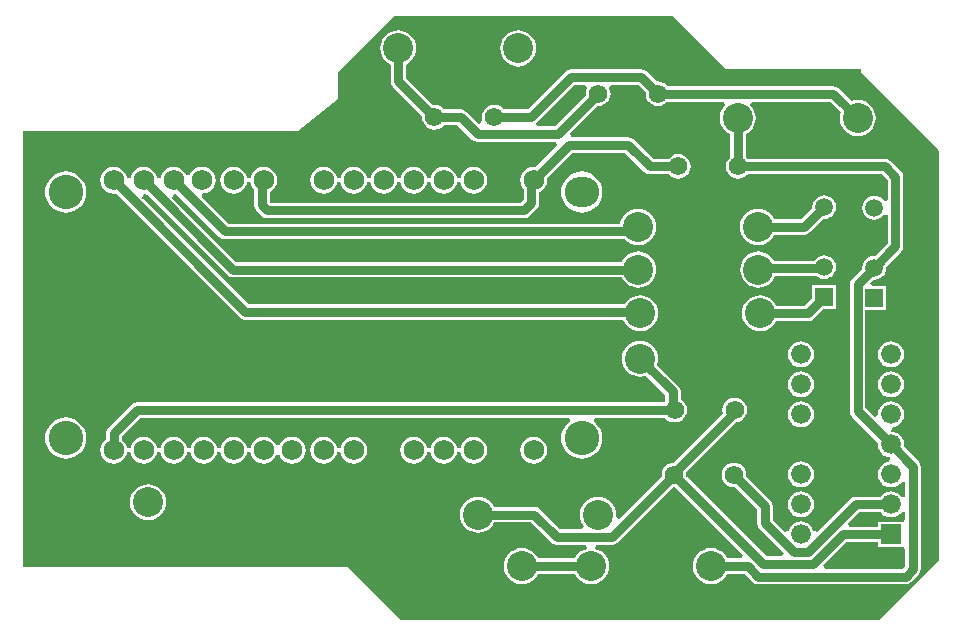
<source format=gtl>
G04*
G04 #@! TF.GenerationSoftware,Altium Limited,Altium Designer,20.1.8 (145)*
G04*
G04 Layer_Physical_Order=1*
G04 Layer_Color=255*
%FSLAX24Y24*%
%MOIN*%
G70*
G04*
G04 #@! TF.SameCoordinates,B3232913-15E1-4B12-B740-CA31B9D3C741*
G04*
G04*
G04 #@! TF.FilePolarity,Positive*
G04*
G01*
G75*
%ADD10C,0.0310*%
%ADD11C,0.0150*%
%ADD12O,0.1150X0.1000*%
%ADD13C,0.0690*%
%ADD14R,0.0690X0.0690*%
%ADD15C,0.1150*%
%ADD16C,0.1000*%
%ADD17C,0.0620*%
%ADD18C,0.0591*%
%ADD19R,0.0591X0.0591*%
%ADD20R,0.0660X0.0660*%
%ADD21C,0.0660*%
G36*
X31305Y40232D02*
X40525D01*
X42317Y38440D01*
X46795D01*
Y38342D01*
X49415Y35722D01*
Y22092D01*
X47415Y20092D01*
X31475Y20092D01*
X29725Y21842D01*
X18875D01*
Y36398D01*
X28050D01*
X29380Y37453D01*
X29380Y38367D01*
X31275Y40262D01*
X31305Y40232D01*
D02*
G37*
%LPC*%
G36*
X35390Y39743D02*
X35272Y39731D01*
X35159Y39697D01*
X35055Y39641D01*
X34964Y39566D01*
X34889Y39475D01*
X34833Y39371D01*
X34799Y39258D01*
X34787Y39140D01*
X34799Y39022D01*
X34833Y38909D01*
X34889Y38805D01*
X34964Y38714D01*
X35055Y38639D01*
X35159Y38583D01*
X35272Y38549D01*
X35390Y38537D01*
X35508Y38549D01*
X35621Y38583D01*
X35725Y38639D01*
X35816Y38714D01*
X35891Y38805D01*
X35947Y38909D01*
X35981Y39022D01*
X35993Y39140D01*
X35981Y39258D01*
X35947Y39371D01*
X35891Y39475D01*
X35816Y39566D01*
X35725Y39641D01*
X35621Y39697D01*
X35508Y39731D01*
X35390Y39743D01*
D02*
G37*
G36*
X31390D02*
X31272Y39731D01*
X31159Y39697D01*
X31055Y39641D01*
X30964Y39566D01*
X30889Y39475D01*
X30833Y39371D01*
X30799Y39258D01*
X30787Y39140D01*
X30799Y39022D01*
X30833Y38909D01*
X30889Y38805D01*
X30964Y38714D01*
X31055Y38639D01*
X31130Y38599D01*
Y38050D01*
X31150Y37950D01*
X31206Y37866D01*
X32182Y36891D01*
X32176Y36850D01*
X32191Y36743D01*
X32232Y36643D01*
X32298Y36558D01*
X32383Y36492D01*
X32483Y36451D01*
X32590Y36436D01*
X32697Y36451D01*
X32797Y36492D01*
X32882Y36558D01*
X32907Y36590D01*
X33359D01*
X33848Y36101D01*
X33932Y36045D01*
X34031Y36025D01*
X36638D01*
X36687Y35905D01*
X35972Y35189D01*
X35900Y35199D01*
X35784Y35184D01*
X35676Y35139D01*
X35583Y35067D01*
X35511Y34974D01*
X35466Y34866D01*
X35451Y34750D01*
X35466Y34634D01*
X35511Y34526D01*
X35567Y34453D01*
Y34105D01*
X35462Y34000D01*
X27129D01*
X27100Y34029D01*
Y34351D01*
X27124Y34361D01*
X27217Y34433D01*
X27289Y34526D01*
X27334Y34634D01*
X27349Y34750D01*
X27334Y34866D01*
X27289Y34974D01*
X27217Y35067D01*
X27124Y35139D01*
X27016Y35184D01*
X26900Y35199D01*
X26784Y35184D01*
X26676Y35139D01*
X26583Y35067D01*
X26511Y34974D01*
X26466Y34866D01*
X26461Y34821D01*
X26339D01*
X26334Y34866D01*
X26289Y34974D01*
X26217Y35067D01*
X26124Y35139D01*
X26016Y35184D01*
X25900Y35199D01*
X25784Y35184D01*
X25676Y35139D01*
X25583Y35067D01*
X25511Y34974D01*
X25466Y34866D01*
X25451Y34750D01*
X25466Y34634D01*
X25511Y34526D01*
X25583Y34433D01*
X25676Y34361D01*
X25784Y34316D01*
X25900Y34301D01*
X26016Y34316D01*
X26124Y34361D01*
X26217Y34433D01*
X26289Y34526D01*
X26334Y34634D01*
X26339Y34679D01*
X26461D01*
X26466Y34634D01*
X26511Y34526D01*
X26580Y34436D01*
Y33922D01*
X26600Y33822D01*
X26656Y33738D01*
X26838Y33556D01*
X26922Y33500D01*
X27022Y33480D01*
X35570D01*
X35670Y33500D01*
X35754Y33556D01*
X36011Y33813D01*
X36068Y33898D01*
X36087Y33997D01*
Y34346D01*
X36124Y34361D01*
X36217Y34433D01*
X36289Y34526D01*
X36334Y34634D01*
X36349Y34750D01*
X36339Y34822D01*
X37188Y35670D01*
X38942D01*
X39586Y35026D01*
X39671Y34970D01*
X39770Y34950D01*
X40403D01*
X40428Y34918D01*
X40513Y34852D01*
X40613Y34811D01*
X40720Y34796D01*
X40827Y34811D01*
X40927Y34852D01*
X41012Y34918D01*
X41078Y35003D01*
X41119Y35103D01*
X41134Y35210D01*
X41119Y35317D01*
X41078Y35417D01*
X41012Y35502D01*
X40927Y35568D01*
X40827Y35609D01*
X40720Y35624D01*
X40613Y35609D01*
X40513Y35568D01*
X40428Y35502D01*
X40403Y35470D01*
X39878D01*
X39234Y36114D01*
X39149Y36170D01*
X39050Y36190D01*
X37147D01*
X37098Y36310D01*
X38009Y37222D01*
X38050Y37216D01*
X38157Y37231D01*
X38257Y37272D01*
X38342Y37338D01*
X38408Y37423D01*
X38449Y37523D01*
X38464Y37630D01*
X38449Y37737D01*
X38417Y37815D01*
X38447Y37887D01*
X38484Y37935D01*
X39377D01*
X39642Y37671D01*
X39636Y37630D01*
X39651Y37523D01*
X39692Y37423D01*
X39758Y37338D01*
X39843Y37272D01*
X39943Y37231D01*
X40050Y37216D01*
X40157Y37231D01*
X40257Y37272D01*
X40342Y37338D01*
X40367Y37370D01*
X42235D01*
X42278Y37250D01*
X42274Y37246D01*
X42199Y37155D01*
X42143Y37051D01*
X42109Y36938D01*
X42097Y36820D01*
X42109Y36702D01*
X42143Y36589D01*
X42199Y36485D01*
X42274Y36394D01*
X42365Y36319D01*
X42450Y36273D01*
Y35520D01*
X42428Y35502D01*
X42362Y35417D01*
X42321Y35317D01*
X42306Y35210D01*
X42321Y35103D01*
X42362Y35003D01*
X42428Y34918D01*
X42513Y34852D01*
X42613Y34811D01*
X42720Y34796D01*
X42827Y34811D01*
X42927Y34852D01*
X43012Y34918D01*
X43037Y34950D01*
X47502D01*
X47700Y34752D01*
Y34081D01*
X47658Y34061D01*
X47580Y34049D01*
X47532Y34112D01*
X47449Y34175D01*
X47353Y34215D01*
X47250Y34229D01*
X47147Y34215D01*
X47051Y34175D01*
X46968Y34112D01*
X46905Y34029D01*
X46865Y33933D01*
X46851Y33830D01*
X46865Y33727D01*
X46905Y33631D01*
X46968Y33548D01*
X47051Y33485D01*
X47147Y33445D01*
X47250Y33431D01*
X47353Y33445D01*
X47449Y33485D01*
X47532Y33548D01*
X47580Y33611D01*
X47658Y33599D01*
X47700Y33579D01*
Y32648D01*
X47277Y32225D01*
X47250Y32229D01*
X47147Y32215D01*
X47051Y32175D01*
X46968Y32112D01*
X46905Y32029D01*
X46865Y31933D01*
X46851Y31830D01*
X46855Y31803D01*
X46516Y31464D01*
X46460Y31379D01*
X46440Y31280D01*
Y27050D01*
X46460Y26951D01*
X46516Y26866D01*
X47384Y25998D01*
X47376Y25940D01*
X47391Y25828D01*
X47434Y25723D01*
X47503Y25633D01*
X47593Y25564D01*
X47698Y25521D01*
X47779Y25510D01*
X47793Y25492D01*
X47742Y25368D01*
X47736Y25364D01*
X47698Y25359D01*
X47593Y25316D01*
X47503Y25247D01*
X47434Y25157D01*
X47391Y25052D01*
X47376Y24940D01*
X47391Y24828D01*
X47434Y24723D01*
X47503Y24633D01*
X47593Y24564D01*
X47698Y24521D01*
X47810Y24506D01*
X47922Y24521D01*
X48027Y24564D01*
X48117Y24633D01*
X48170Y24703D01*
X48251Y24690D01*
X48290Y24671D01*
Y24209D01*
X48251Y24190D01*
X48170Y24177D01*
X48117Y24247D01*
X48027Y24316D01*
X47922Y24359D01*
X47810Y24374D01*
X47698Y24359D01*
X47593Y24316D01*
X47503Y24247D01*
X47467Y24200D01*
X46637D01*
X46538Y24180D01*
X46453Y24124D01*
X45354Y23024D01*
X45269Y23043D01*
X45224Y23064D01*
X45186Y23157D01*
X45117Y23247D01*
X45027Y23316D01*
X44922Y23359D01*
X44810Y23374D01*
X44698Y23359D01*
X44593Y23316D01*
X44503Y23247D01*
X44434Y23157D01*
X44396Y23064D01*
X44351Y23043D01*
X44266Y23024D01*
X43864Y23427D01*
Y23897D01*
X43844Y23996D01*
X43787Y24080D01*
X42988Y24879D01*
X42994Y24920D01*
X42979Y25027D01*
X42938Y25127D01*
X42872Y25212D01*
X42787Y25278D01*
X42687Y25319D01*
X42580Y25334D01*
X42473Y25319D01*
X42373Y25278D01*
X42288Y25212D01*
X42222Y25127D01*
X42181Y25027D01*
X42166Y24920D01*
X42181Y24813D01*
X42222Y24713D01*
X42288Y24628D01*
X42373Y24562D01*
X42473Y24521D01*
X42580Y24506D01*
X42621Y24512D01*
X43344Y23789D01*
Y23319D01*
X43363Y23220D01*
X43420Y23135D01*
X44239Y22316D01*
X44193Y22205D01*
X43663D01*
X40988Y24879D01*
X40994Y24920D01*
X40979Y25027D01*
X42634Y26681D01*
X42707Y26691D01*
X42807Y26732D01*
X42892Y26798D01*
X42958Y26883D01*
X42999Y26983D01*
X43014Y27090D01*
X42999Y27197D01*
X42958Y27297D01*
X42892Y27382D01*
X42807Y27448D01*
X42707Y27489D01*
X42600Y27504D01*
X42493Y27489D01*
X42393Y27448D01*
X42308Y27382D01*
X42242Y27297D01*
X42201Y27197D01*
X42186Y27090D01*
X42201Y26983D01*
X40546Y25329D01*
X40473Y25319D01*
X40373Y25278D01*
X40288Y25212D01*
X40222Y25127D01*
X40181Y25027D01*
X40166Y24920D01*
X40172Y24879D01*
X38758Y23466D01*
X38645Y23523D01*
X38653Y23600D01*
X38641Y23718D01*
X38607Y23831D01*
X38551Y23935D01*
X38476Y24026D01*
X38385Y24101D01*
X38281Y24157D01*
X38168Y24191D01*
X38050Y24203D01*
X37932Y24191D01*
X37819Y24157D01*
X37715Y24101D01*
X37624Y24026D01*
X37549Y23935D01*
X37493Y23831D01*
X37459Y23718D01*
X37447Y23600D01*
X37459Y23482D01*
X37493Y23369D01*
X37549Y23265D01*
X37582Y23225D01*
X37525Y23105D01*
X36785D01*
X36106Y23784D01*
X36022Y23840D01*
X35922Y23860D01*
X34591D01*
X34551Y23935D01*
X34476Y24026D01*
X34385Y24101D01*
X34281Y24157D01*
X34168Y24191D01*
X34050Y24203D01*
X33932Y24191D01*
X33819Y24157D01*
X33715Y24101D01*
X33624Y24026D01*
X33549Y23935D01*
X33493Y23831D01*
X33459Y23718D01*
X33447Y23600D01*
X33459Y23482D01*
X33493Y23369D01*
X33549Y23265D01*
X33624Y23174D01*
X33715Y23099D01*
X33819Y23043D01*
X33932Y23009D01*
X34050Y22997D01*
X34168Y23009D01*
X34281Y23043D01*
X34385Y23099D01*
X34476Y23174D01*
X34551Y23265D01*
X34591Y23340D01*
X35815D01*
X36493Y22661D01*
X36578Y22605D01*
X36677Y22585D01*
X37654D01*
X37672Y22465D01*
X37579Y22437D01*
X37475Y22381D01*
X37384Y22306D01*
X37309Y22215D01*
X37269Y22140D01*
X36041D01*
X36001Y22215D01*
X35926Y22306D01*
X35835Y22381D01*
X35731Y22437D01*
X35618Y22471D01*
X35500Y22483D01*
X35382Y22471D01*
X35269Y22437D01*
X35165Y22381D01*
X35074Y22306D01*
X34999Y22215D01*
X34943Y22111D01*
X34909Y21998D01*
X34897Y21880D01*
X34909Y21762D01*
X34943Y21649D01*
X34999Y21545D01*
X35074Y21454D01*
X35165Y21379D01*
X35269Y21323D01*
X35382Y21289D01*
X35500Y21277D01*
X35618Y21289D01*
X35731Y21323D01*
X35835Y21379D01*
X35926Y21454D01*
X36001Y21545D01*
X36041Y21620D01*
X37269D01*
X37309Y21545D01*
X37384Y21454D01*
X37475Y21379D01*
X37579Y21323D01*
X37692Y21289D01*
X37810Y21277D01*
X37928Y21289D01*
X38041Y21323D01*
X38145Y21379D01*
X38236Y21454D01*
X38311Y21545D01*
X38367Y21649D01*
X38401Y21762D01*
X38413Y21880D01*
X38401Y21998D01*
X38367Y22111D01*
X38311Y22215D01*
X38236Y22306D01*
X38145Y22381D01*
X38041Y22437D01*
X37948Y22465D01*
X37966Y22585D01*
X38505D01*
X38605Y22605D01*
X38689Y22661D01*
X40539Y24512D01*
X40580Y24506D01*
X40621Y24512D01*
X42881Y22251D01*
X42836Y22140D01*
X42351D01*
X42311Y22215D01*
X42236Y22306D01*
X42145Y22381D01*
X42041Y22437D01*
X41928Y22471D01*
X41810Y22483D01*
X41692Y22471D01*
X41579Y22437D01*
X41475Y22381D01*
X41384Y22306D01*
X41309Y22215D01*
X41253Y22111D01*
X41219Y21998D01*
X41207Y21880D01*
X41219Y21762D01*
X41253Y21649D01*
X41309Y21545D01*
X41384Y21454D01*
X41475Y21379D01*
X41579Y21323D01*
X41692Y21289D01*
X41810Y21277D01*
X41928Y21289D01*
X42041Y21323D01*
X42145Y21379D01*
X42236Y21454D01*
X42311Y21545D01*
X42351Y21620D01*
X42932D01*
X43201Y21351D01*
X43286Y21295D01*
X43385Y21275D01*
X48295D01*
X48394Y21295D01*
X48479Y21351D01*
X48734Y21606D01*
X48790Y21690D01*
X48810Y21790D01*
Y25200D01*
X48790Y25299D01*
X48734Y25384D01*
X48236Y25882D01*
X48244Y25940D01*
X48229Y26052D01*
X48186Y26157D01*
X48117Y26247D01*
X48027Y26316D01*
X47922Y26359D01*
X47841Y26370D01*
X47827Y26388D01*
X47878Y26512D01*
X47884Y26516D01*
X47922Y26521D01*
X48027Y26564D01*
X48117Y26633D01*
X48186Y26723D01*
X48229Y26828D01*
X48244Y26940D01*
X48229Y27052D01*
X48186Y27157D01*
X48117Y27247D01*
X48027Y27316D01*
X47922Y27359D01*
X47810Y27374D01*
X47698Y27359D01*
X47593Y27316D01*
X47503Y27247D01*
X47434Y27157D01*
X47391Y27052D01*
X47376Y26940D01*
X47381Y26907D01*
X47267Y26851D01*
X46960Y27158D01*
Y30435D01*
X47645D01*
Y31225D01*
X47170D01*
X47124Y31336D01*
X47223Y31435D01*
X47250Y31431D01*
X47353Y31445D01*
X47449Y31485D01*
X47532Y31548D01*
X47595Y31631D01*
X47635Y31727D01*
X47649Y31830D01*
X47645Y31857D01*
X48144Y32356D01*
X48200Y32441D01*
X48220Y32540D01*
Y34860D01*
X48200Y34959D01*
X48144Y35044D01*
X47794Y35394D01*
X47709Y35450D01*
X47610Y35470D01*
X43037D01*
X43012Y35502D01*
X42970Y35535D01*
Y36284D01*
X43035Y36319D01*
X43126Y36394D01*
X43201Y36485D01*
X43257Y36589D01*
X43291Y36702D01*
X43303Y36820D01*
X43291Y36938D01*
X43257Y37051D01*
X43201Y37155D01*
X43126Y37246D01*
X43122Y37250D01*
X43165Y37370D01*
X45782D01*
X46133Y37019D01*
X46109Y36938D01*
X46097Y36820D01*
X46109Y36702D01*
X46143Y36589D01*
X46199Y36485D01*
X46274Y36394D01*
X46365Y36319D01*
X46469Y36263D01*
X46582Y36229D01*
X46700Y36217D01*
X46818Y36229D01*
X46931Y36263D01*
X47035Y36319D01*
X47126Y36394D01*
X47201Y36485D01*
X47257Y36589D01*
X47291Y36702D01*
X47303Y36820D01*
X47291Y36938D01*
X47257Y37051D01*
X47201Y37155D01*
X47126Y37246D01*
X47035Y37321D01*
X46931Y37377D01*
X46818Y37411D01*
X46700Y37423D01*
X46582Y37411D01*
X46501Y37387D01*
X46074Y37814D01*
X45989Y37870D01*
X45890Y37890D01*
X40367D01*
X40342Y37922D01*
X40257Y37988D01*
X40157Y38029D01*
X40050Y38044D01*
X40009Y38038D01*
X39669Y38379D01*
X39585Y38435D01*
X39485Y38455D01*
X37151D01*
X37052Y38435D01*
X36968Y38379D01*
X35699Y37110D01*
X34907D01*
X34882Y37142D01*
X34797Y37208D01*
X34697Y37249D01*
X34590Y37264D01*
X34483Y37249D01*
X34383Y37208D01*
X34298Y37142D01*
X34232Y37057D01*
X34191Y36957D01*
X34176Y36850D01*
X34191Y36743D01*
X34118Y36613D01*
X34112Y36611D01*
X34063Y36621D01*
X33650Y37034D01*
X33566Y37090D01*
X33466Y37110D01*
X32907D01*
X32882Y37142D01*
X32797Y37208D01*
X32697Y37249D01*
X32590Y37264D01*
X32549Y37258D01*
X31650Y38158D01*
Y38599D01*
X31725Y38639D01*
X31816Y38714D01*
X31891Y38805D01*
X31947Y38909D01*
X31981Y39022D01*
X31993Y39140D01*
X31981Y39258D01*
X31947Y39371D01*
X31891Y39475D01*
X31816Y39566D01*
X31725Y39641D01*
X31621Y39697D01*
X31508Y39731D01*
X31390Y39743D01*
D02*
G37*
G36*
X24850Y35199D02*
X24734Y35184D01*
X24626Y35139D01*
X24533Y35067D01*
X24461Y34974D01*
X24440Y34923D01*
X24310D01*
X24289Y34974D01*
X24217Y35067D01*
X24124Y35139D01*
X24016Y35184D01*
X23900Y35199D01*
X23784Y35184D01*
X23676Y35139D01*
X23583Y35067D01*
X23511Y34974D01*
X23466Y34866D01*
X23461Y34821D01*
X23339D01*
X23334Y34866D01*
X23289Y34974D01*
X23217Y35067D01*
X23124Y35139D01*
X23016Y35184D01*
X22900Y35199D01*
X22784Y35184D01*
X22676Y35139D01*
X22583Y35067D01*
X22511Y34974D01*
X22466Y34866D01*
X22461Y34821D01*
X22339D01*
X22334Y34866D01*
X22289Y34974D01*
X22217Y35067D01*
X22124Y35139D01*
X22016Y35184D01*
X21900Y35199D01*
X21784Y35184D01*
X21676Y35139D01*
X21583Y35067D01*
X21511Y34974D01*
X21466Y34866D01*
X21451Y34750D01*
X21466Y34634D01*
X21511Y34526D01*
X21583Y34433D01*
X21676Y34361D01*
X21784Y34316D01*
X21900Y34301D01*
X21972Y34311D01*
X26106Y30176D01*
X26191Y30120D01*
X26290Y30100D01*
X38887D01*
X38893Y30079D01*
X38949Y29975D01*
X39024Y29884D01*
X39115Y29809D01*
X39219Y29753D01*
X39332Y29719D01*
X39450Y29707D01*
X39568Y29719D01*
X39681Y29753D01*
X39785Y29809D01*
X39876Y29884D01*
X39951Y29975D01*
X40007Y30079D01*
X40041Y30192D01*
X40053Y30310D01*
X40041Y30428D01*
X40007Y30541D01*
X39951Y30645D01*
X39876Y30736D01*
X39785Y30811D01*
X39681Y30867D01*
X39568Y30901D01*
X39450Y30913D01*
X39332Y30901D01*
X39219Y30867D01*
X39115Y30811D01*
X39024Y30736D01*
X38949Y30645D01*
X38935Y30620D01*
X26398D01*
X22859Y34159D01*
X22908Y34276D01*
X22994Y34288D01*
X25696Y31586D01*
X25780Y31530D01*
X25880Y31510D01*
X38849D01*
X38889Y31435D01*
X38964Y31344D01*
X39055Y31269D01*
X39159Y31213D01*
X39272Y31179D01*
X39390Y31167D01*
X39508Y31179D01*
X39621Y31213D01*
X39725Y31269D01*
X39816Y31344D01*
X39891Y31435D01*
X39947Y31539D01*
X39981Y31652D01*
X39993Y31770D01*
X39981Y31888D01*
X39947Y32001D01*
X39891Y32105D01*
X39816Y32196D01*
X39725Y32271D01*
X39621Y32327D01*
X39508Y32361D01*
X39390Y32373D01*
X39272Y32361D01*
X39159Y32327D01*
X39055Y32271D01*
X38964Y32196D01*
X38889Y32105D01*
X38849Y32030D01*
X25988D01*
X23859Y34159D01*
X23908Y34276D01*
X23994Y34288D01*
X25426Y32856D01*
X25510Y32800D01*
X25610Y32780D01*
X38940D01*
X38954Y32764D01*
X39045Y32689D01*
X39149Y32633D01*
X39262Y32599D01*
X39380Y32587D01*
X39498Y32599D01*
X39611Y32633D01*
X39715Y32689D01*
X39806Y32764D01*
X39881Y32855D01*
X39937Y32959D01*
X39971Y33072D01*
X39983Y33190D01*
X39971Y33308D01*
X39937Y33421D01*
X39881Y33525D01*
X39806Y33616D01*
X39715Y33691D01*
X39611Y33747D01*
X39498Y33781D01*
X39380Y33793D01*
X39262Y33781D01*
X39149Y33747D01*
X39045Y33691D01*
X38954Y33616D01*
X38879Y33525D01*
X38823Y33421D01*
X38789Y33308D01*
X38788Y33300D01*
X25718D01*
X24835Y34182D01*
X24840Y34224D01*
X24882Y34305D01*
X24966Y34316D01*
X25074Y34361D01*
X25167Y34433D01*
X25239Y34526D01*
X25284Y34634D01*
X25299Y34750D01*
X25284Y34866D01*
X25239Y34974D01*
X25167Y35067D01*
X25074Y35139D01*
X24966Y35184D01*
X24850Y35199D01*
D02*
G37*
G36*
X33900D02*
X33784Y35184D01*
X33676Y35139D01*
X33583Y35067D01*
X33511Y34974D01*
X33466Y34866D01*
X33461Y34821D01*
X33339D01*
X33334Y34866D01*
X33289Y34974D01*
X33217Y35067D01*
X33124Y35139D01*
X33016Y35184D01*
X32900Y35199D01*
X32784Y35184D01*
X32676Y35139D01*
X32583Y35067D01*
X32511Y34974D01*
X32466Y34866D01*
X32461Y34821D01*
X32339D01*
X32334Y34866D01*
X32289Y34974D01*
X32217Y35067D01*
X32124Y35139D01*
X32016Y35184D01*
X31900Y35199D01*
X31784Y35184D01*
X31676Y35139D01*
X31583Y35067D01*
X31511Y34974D01*
X31466Y34866D01*
X31461Y34821D01*
X31339D01*
X31334Y34866D01*
X31289Y34974D01*
X31217Y35067D01*
X31124Y35139D01*
X31016Y35184D01*
X30900Y35199D01*
X30784Y35184D01*
X30676Y35139D01*
X30583Y35067D01*
X30511Y34974D01*
X30466Y34866D01*
X30461Y34821D01*
X30339D01*
X30334Y34866D01*
X30289Y34974D01*
X30217Y35067D01*
X30124Y35139D01*
X30016Y35184D01*
X29900Y35199D01*
X29784Y35184D01*
X29676Y35139D01*
X29583Y35067D01*
X29511Y34974D01*
X29466Y34866D01*
X29461Y34821D01*
X29339D01*
X29334Y34866D01*
X29289Y34974D01*
X29217Y35067D01*
X29124Y35139D01*
X29016Y35184D01*
X28900Y35199D01*
X28784Y35184D01*
X28676Y35139D01*
X28583Y35067D01*
X28511Y34974D01*
X28466Y34866D01*
X28451Y34750D01*
X28466Y34634D01*
X28511Y34526D01*
X28583Y34433D01*
X28676Y34361D01*
X28784Y34316D01*
X28900Y34301D01*
X29016Y34316D01*
X29124Y34361D01*
X29217Y34433D01*
X29289Y34526D01*
X29334Y34634D01*
X29339Y34679D01*
X29461D01*
X29466Y34634D01*
X29511Y34526D01*
X29583Y34433D01*
X29676Y34361D01*
X29784Y34316D01*
X29900Y34301D01*
X30016Y34316D01*
X30124Y34361D01*
X30217Y34433D01*
X30289Y34526D01*
X30334Y34634D01*
X30339Y34679D01*
X30461D01*
X30466Y34634D01*
X30511Y34526D01*
X30583Y34433D01*
X30676Y34361D01*
X30784Y34316D01*
X30900Y34301D01*
X31016Y34316D01*
X31124Y34361D01*
X31217Y34433D01*
X31289Y34526D01*
X31334Y34634D01*
X31339Y34679D01*
X31461D01*
X31466Y34634D01*
X31511Y34526D01*
X31583Y34433D01*
X31676Y34361D01*
X31784Y34316D01*
X31900Y34301D01*
X32016Y34316D01*
X32124Y34361D01*
X32217Y34433D01*
X32289Y34526D01*
X32334Y34634D01*
X32339Y34679D01*
X32461D01*
X32466Y34634D01*
X32511Y34526D01*
X32583Y34433D01*
X32676Y34361D01*
X32784Y34316D01*
X32900Y34301D01*
X33016Y34316D01*
X33124Y34361D01*
X33217Y34433D01*
X33289Y34526D01*
X33334Y34634D01*
X33339Y34679D01*
X33461D01*
X33466Y34634D01*
X33511Y34526D01*
X33583Y34433D01*
X33676Y34361D01*
X33784Y34316D01*
X33900Y34301D01*
X34016Y34316D01*
X34124Y34361D01*
X34217Y34433D01*
X34289Y34526D01*
X34334Y34634D01*
X34349Y34750D01*
X34334Y34866D01*
X34289Y34974D01*
X34217Y35067D01*
X34124Y35139D01*
X34016Y35184D01*
X33900Y35199D01*
D02*
G37*
G36*
X37500Y35038D02*
X37366Y35025D01*
X37237Y34986D01*
X37118Y34922D01*
X37013Y34837D01*
X36928Y34732D01*
X36864Y34613D01*
X36825Y34484D01*
X36812Y34350D01*
X36825Y34216D01*
X36864Y34087D01*
X36928Y33968D01*
X37013Y33863D01*
X37118Y33778D01*
X37237Y33714D01*
X37366Y33675D01*
X37500Y33662D01*
X37634Y33675D01*
X37763Y33714D01*
X37882Y33778D01*
X37987Y33863D01*
X38072Y33968D01*
X38136Y34087D01*
X38175Y34216D01*
X38188Y34350D01*
X38175Y34484D01*
X38136Y34613D01*
X38072Y34732D01*
X37987Y34837D01*
X37882Y34922D01*
X37763Y34986D01*
X37634Y35025D01*
X37500Y35038D01*
D02*
G37*
G36*
X20300D02*
X20166Y35025D01*
X20037Y34986D01*
X19918Y34922D01*
X19813Y34837D01*
X19728Y34732D01*
X19664Y34613D01*
X19625Y34484D01*
X19612Y34350D01*
X19625Y34216D01*
X19664Y34087D01*
X19728Y33968D01*
X19813Y33863D01*
X19918Y33778D01*
X20037Y33714D01*
X20166Y33675D01*
X20300Y33662D01*
X20434Y33675D01*
X20563Y33714D01*
X20682Y33778D01*
X20787Y33863D01*
X20872Y33968D01*
X20936Y34087D01*
X20975Y34216D01*
X20988Y34350D01*
X20975Y34484D01*
X20936Y34613D01*
X20872Y34732D01*
X20787Y34837D01*
X20682Y34922D01*
X20563Y34986D01*
X20434Y35025D01*
X20300Y35038D01*
D02*
G37*
G36*
X45580Y34249D02*
X45477Y34235D01*
X45381Y34195D01*
X45298Y34132D01*
X45235Y34049D01*
X45195Y33953D01*
X45181Y33850D01*
X45185Y33823D01*
X44812Y33450D01*
X43921D01*
X43881Y33525D01*
X43806Y33616D01*
X43715Y33691D01*
X43611Y33747D01*
X43498Y33781D01*
X43380Y33793D01*
X43262Y33781D01*
X43149Y33747D01*
X43045Y33691D01*
X42954Y33616D01*
X42879Y33525D01*
X42823Y33421D01*
X42789Y33308D01*
X42777Y33190D01*
X42789Y33072D01*
X42823Y32959D01*
X42879Y32855D01*
X42954Y32764D01*
X43045Y32689D01*
X43149Y32633D01*
X43262Y32599D01*
X43380Y32587D01*
X43498Y32599D01*
X43611Y32633D01*
X43715Y32689D01*
X43806Y32764D01*
X43881Y32855D01*
X43921Y32930D01*
X44920D01*
X45019Y32950D01*
X45104Y33006D01*
X45553Y33455D01*
X45580Y33451D01*
X45683Y33465D01*
X45779Y33505D01*
X45862Y33568D01*
X45925Y33651D01*
X45965Y33747D01*
X45979Y33850D01*
X45965Y33953D01*
X45925Y34049D01*
X45862Y34132D01*
X45779Y34195D01*
X45683Y34235D01*
X45580Y34249D01*
D02*
G37*
G36*
X43390Y32373D02*
X43272Y32361D01*
X43159Y32327D01*
X43055Y32271D01*
X42964Y32196D01*
X42889Y32105D01*
X42833Y32001D01*
X42799Y31888D01*
X42787Y31770D01*
X42799Y31652D01*
X42833Y31539D01*
X42889Y31435D01*
X42964Y31344D01*
X43055Y31269D01*
X43159Y31213D01*
X43272Y31179D01*
X43390Y31167D01*
X43508Y31179D01*
X43621Y31213D01*
X43725Y31269D01*
X43816Y31344D01*
X43891Y31435D01*
X43947Y31539D01*
X43950Y31550D01*
X45322D01*
X45381Y31505D01*
X45477Y31465D01*
X45580Y31451D01*
X45683Y31465D01*
X45779Y31505D01*
X45862Y31568D01*
X45925Y31651D01*
X45965Y31747D01*
X45979Y31850D01*
X45965Y31953D01*
X45925Y32049D01*
X45862Y32132D01*
X45779Y32195D01*
X45683Y32235D01*
X45580Y32249D01*
X45477Y32235D01*
X45381Y32195D01*
X45298Y32132D01*
X45251Y32070D01*
X43910D01*
X43891Y32105D01*
X43816Y32196D01*
X43725Y32271D01*
X43621Y32327D01*
X43508Y32361D01*
X43390Y32373D01*
D02*
G37*
G36*
X45975Y31245D02*
X45185D01*
Y30822D01*
X44932Y30570D01*
X43991D01*
X43951Y30645D01*
X43876Y30736D01*
X43785Y30811D01*
X43681Y30867D01*
X43568Y30901D01*
X43450Y30913D01*
X43332Y30901D01*
X43219Y30867D01*
X43115Y30811D01*
X43024Y30736D01*
X42949Y30645D01*
X42893Y30541D01*
X42859Y30428D01*
X42847Y30310D01*
X42859Y30192D01*
X42893Y30079D01*
X42949Y29975D01*
X43024Y29884D01*
X43115Y29809D01*
X43219Y29753D01*
X43332Y29719D01*
X43450Y29707D01*
X43568Y29719D01*
X43681Y29753D01*
X43785Y29809D01*
X43876Y29884D01*
X43951Y29975D01*
X43991Y30050D01*
X45040D01*
X45139Y30070D01*
X45224Y30126D01*
X45552Y30455D01*
X45975D01*
Y31245D01*
D02*
G37*
G36*
X47810Y29374D02*
X47698Y29359D01*
X47593Y29316D01*
X47503Y29247D01*
X47434Y29157D01*
X47391Y29052D01*
X47376Y28940D01*
X47391Y28828D01*
X47434Y28723D01*
X47503Y28633D01*
X47593Y28564D01*
X47698Y28521D01*
X47810Y28506D01*
X47922Y28521D01*
X48027Y28564D01*
X48117Y28633D01*
X48186Y28723D01*
X48229Y28828D01*
X48244Y28940D01*
X48229Y29052D01*
X48186Y29157D01*
X48117Y29247D01*
X48027Y29316D01*
X47922Y29359D01*
X47810Y29374D01*
D02*
G37*
G36*
X44810D02*
X44698Y29359D01*
X44593Y29316D01*
X44503Y29247D01*
X44434Y29157D01*
X44391Y29052D01*
X44376Y28940D01*
X44391Y28828D01*
X44434Y28723D01*
X44503Y28633D01*
X44593Y28564D01*
X44698Y28521D01*
X44810Y28506D01*
X44922Y28521D01*
X45027Y28564D01*
X45117Y28633D01*
X45186Y28723D01*
X45229Y28828D01*
X45244Y28940D01*
X45229Y29052D01*
X45186Y29157D01*
X45117Y29247D01*
X45027Y29316D01*
X44922Y29359D01*
X44810Y29374D01*
D02*
G37*
G36*
X47810Y28374D02*
X47698Y28359D01*
X47593Y28316D01*
X47503Y28247D01*
X47434Y28157D01*
X47391Y28052D01*
X47376Y27940D01*
X47391Y27828D01*
X47434Y27723D01*
X47503Y27633D01*
X47593Y27564D01*
X47698Y27521D01*
X47810Y27506D01*
X47922Y27521D01*
X48027Y27564D01*
X48117Y27633D01*
X48186Y27723D01*
X48229Y27828D01*
X48244Y27940D01*
X48229Y28052D01*
X48186Y28157D01*
X48117Y28247D01*
X48027Y28316D01*
X47922Y28359D01*
X47810Y28374D01*
D02*
G37*
G36*
X44810D02*
X44698Y28359D01*
X44593Y28316D01*
X44503Y28247D01*
X44434Y28157D01*
X44391Y28052D01*
X44376Y27940D01*
X44391Y27828D01*
X44434Y27723D01*
X44503Y27633D01*
X44593Y27564D01*
X44698Y27521D01*
X44810Y27506D01*
X44922Y27521D01*
X45027Y27564D01*
X45117Y27633D01*
X45186Y27723D01*
X45229Y27828D01*
X45244Y27940D01*
X45229Y28052D01*
X45186Y28157D01*
X45117Y28247D01*
X45027Y28316D01*
X44922Y28359D01*
X44810Y28374D01*
D02*
G37*
G36*
X39450Y29403D02*
X39332Y29391D01*
X39219Y29357D01*
X39115Y29301D01*
X39024Y29226D01*
X38949Y29135D01*
X38893Y29031D01*
X38859Y28918D01*
X38847Y28800D01*
X38859Y28682D01*
X38893Y28569D01*
X38949Y28465D01*
X39024Y28374D01*
X39115Y28299D01*
X39219Y28243D01*
X39332Y28209D01*
X39450Y28197D01*
X39568Y28209D01*
X39649Y28233D01*
X40281Y27602D01*
Y27350D01*
X22680D01*
X22580Y27330D01*
X22496Y27274D01*
X21726Y26504D01*
X21670Y26419D01*
X21650Y26320D01*
Y26119D01*
X21583Y26067D01*
X21511Y25974D01*
X21466Y25866D01*
X21451Y25750D01*
X21466Y25634D01*
X21511Y25526D01*
X21583Y25433D01*
X21676Y25361D01*
X21784Y25316D01*
X21900Y25301D01*
X22016Y25316D01*
X22124Y25361D01*
X22217Y25433D01*
X22289Y25526D01*
X22334Y25634D01*
X22339Y25679D01*
X22461D01*
X22466Y25634D01*
X22511Y25526D01*
X22583Y25433D01*
X22676Y25361D01*
X22784Y25316D01*
X22900Y25301D01*
X23016Y25316D01*
X23124Y25361D01*
X23217Y25433D01*
X23289Y25526D01*
X23334Y25634D01*
X23339Y25679D01*
X23461D01*
X23466Y25634D01*
X23511Y25526D01*
X23583Y25433D01*
X23676Y25361D01*
X23784Y25316D01*
X23900Y25301D01*
X24016Y25316D01*
X24124Y25361D01*
X24217Y25433D01*
X24289Y25526D01*
X24334Y25634D01*
X24339Y25679D01*
X24461D01*
X24466Y25634D01*
X24511Y25526D01*
X24583Y25433D01*
X24676Y25361D01*
X24784Y25316D01*
X24900Y25301D01*
X25016Y25316D01*
X25124Y25361D01*
X25217Y25433D01*
X25289Y25526D01*
X25334Y25634D01*
X25339Y25679D01*
X25461D01*
X25466Y25634D01*
X25511Y25526D01*
X25583Y25433D01*
X25676Y25361D01*
X25784Y25316D01*
X25900Y25301D01*
X26016Y25316D01*
X26124Y25361D01*
X26217Y25433D01*
X26289Y25526D01*
X26334Y25634D01*
X26339Y25679D01*
X26461D01*
X26466Y25634D01*
X26511Y25526D01*
X26583Y25433D01*
X26676Y25361D01*
X26784Y25316D01*
X26900Y25301D01*
X27016Y25316D01*
X27124Y25361D01*
X27217Y25433D01*
X27289Y25526D01*
X27310Y25577D01*
X27440D01*
X27461Y25526D01*
X27533Y25433D01*
X27626Y25361D01*
X27734Y25316D01*
X27850Y25301D01*
X27966Y25316D01*
X28074Y25361D01*
X28167Y25433D01*
X28239Y25526D01*
X28284Y25634D01*
X28299Y25750D01*
X28284Y25866D01*
X28239Y25974D01*
X28167Y26067D01*
X28074Y26139D01*
X27966Y26184D01*
X27850Y26199D01*
X27734Y26184D01*
X27626Y26139D01*
X27533Y26067D01*
X27461Y25974D01*
X27440Y25923D01*
X27310D01*
X27289Y25974D01*
X27217Y26067D01*
X27124Y26139D01*
X27016Y26184D01*
X26900Y26199D01*
X26784Y26184D01*
X26676Y26139D01*
X26583Y26067D01*
X26511Y25974D01*
X26466Y25866D01*
X26461Y25821D01*
X26339D01*
X26334Y25866D01*
X26289Y25974D01*
X26217Y26067D01*
X26124Y26139D01*
X26016Y26184D01*
X25900Y26199D01*
X25784Y26184D01*
X25676Y26139D01*
X25583Y26067D01*
X25511Y25974D01*
X25466Y25866D01*
X25461Y25821D01*
X25339D01*
X25334Y25866D01*
X25289Y25974D01*
X25217Y26067D01*
X25124Y26139D01*
X25016Y26184D01*
X24900Y26199D01*
X24784Y26184D01*
X24676Y26139D01*
X24583Y26067D01*
X24511Y25974D01*
X24466Y25866D01*
X24461Y25821D01*
X24339D01*
X24334Y25866D01*
X24289Y25974D01*
X24217Y26067D01*
X24124Y26139D01*
X24016Y26184D01*
X23900Y26199D01*
X23784Y26184D01*
X23676Y26139D01*
X23583Y26067D01*
X23511Y25974D01*
X23466Y25866D01*
X23461Y25821D01*
X23339D01*
X23334Y25866D01*
X23289Y25974D01*
X23217Y26067D01*
X23124Y26139D01*
X23016Y26184D01*
X22900Y26199D01*
X22784Y26184D01*
X22676Y26139D01*
X22583Y26067D01*
X22511Y25974D01*
X22466Y25866D01*
X22461Y25821D01*
X22339D01*
X22334Y25866D01*
X22289Y25974D01*
X22217Y26067D01*
X22180Y26096D01*
X22175Y26217D01*
X22788Y26830D01*
X37065D01*
X37097Y26764D01*
X37103Y26710D01*
X37013Y26637D01*
X36928Y26532D01*
X36864Y26413D01*
X36825Y26284D01*
X36812Y26150D01*
X36825Y26016D01*
X36864Y25887D01*
X36928Y25768D01*
X37013Y25663D01*
X37118Y25578D01*
X37237Y25514D01*
X37366Y25475D01*
X37500Y25462D01*
X37634Y25475D01*
X37763Y25514D01*
X37882Y25578D01*
X37987Y25663D01*
X38072Y25768D01*
X38136Y25887D01*
X38175Y26016D01*
X38188Y26150D01*
X38175Y26284D01*
X38136Y26413D01*
X38072Y26532D01*
X37987Y26637D01*
X37897Y26710D01*
X37903Y26764D01*
X37935Y26830D01*
X40283D01*
X40308Y26798D01*
X40393Y26732D01*
X40493Y26691D01*
X40600Y26676D01*
X40707Y26691D01*
X40807Y26732D01*
X40892Y26798D01*
X40958Y26883D01*
X40999Y26983D01*
X41014Y27090D01*
X40999Y27197D01*
X40958Y27297D01*
X40892Y27382D01*
X40807Y27448D01*
X40801Y27451D01*
Y27709D01*
X40781Y27809D01*
X40725Y27893D01*
X40017Y28601D01*
X40041Y28682D01*
X40053Y28800D01*
X40041Y28918D01*
X40007Y29031D01*
X39951Y29135D01*
X39876Y29226D01*
X39785Y29301D01*
X39681Y29357D01*
X39568Y29391D01*
X39450Y29403D01*
D02*
G37*
G36*
X44810Y27374D02*
X44698Y27359D01*
X44593Y27316D01*
X44503Y27247D01*
X44434Y27157D01*
X44391Y27052D01*
X44376Y26940D01*
X44391Y26828D01*
X44434Y26723D01*
X44503Y26633D01*
X44593Y26564D01*
X44698Y26521D01*
X44810Y26506D01*
X44922Y26521D01*
X45027Y26564D01*
X45117Y26633D01*
X45186Y26723D01*
X45229Y26828D01*
X45244Y26940D01*
X45229Y27052D01*
X45186Y27157D01*
X45117Y27247D01*
X45027Y27316D01*
X44922Y27359D01*
X44810Y27374D01*
D02*
G37*
G36*
X33900Y26199D02*
X33784Y26184D01*
X33676Y26139D01*
X33583Y26067D01*
X33511Y25974D01*
X33466Y25866D01*
X33461Y25821D01*
X33339D01*
X33334Y25866D01*
X33289Y25974D01*
X33217Y26067D01*
X33124Y26139D01*
X33016Y26184D01*
X32900Y26199D01*
X32784Y26184D01*
X32676Y26139D01*
X32583Y26067D01*
X32511Y25974D01*
X32466Y25866D01*
X32461Y25821D01*
X32339D01*
X32334Y25866D01*
X32289Y25974D01*
X32217Y26067D01*
X32124Y26139D01*
X32016Y26184D01*
X31900Y26199D01*
X31784Y26184D01*
X31676Y26139D01*
X31583Y26067D01*
X31511Y25974D01*
X31466Y25866D01*
X31451Y25750D01*
X31466Y25634D01*
X31511Y25526D01*
X31583Y25433D01*
X31676Y25361D01*
X31784Y25316D01*
X31900Y25301D01*
X32016Y25316D01*
X32124Y25361D01*
X32217Y25433D01*
X32289Y25526D01*
X32334Y25634D01*
X32339Y25679D01*
X32461D01*
X32466Y25634D01*
X32511Y25526D01*
X32583Y25433D01*
X32676Y25361D01*
X32784Y25316D01*
X32900Y25301D01*
X33016Y25316D01*
X33124Y25361D01*
X33217Y25433D01*
X33289Y25526D01*
X33334Y25634D01*
X33339Y25679D01*
X33461D01*
X33466Y25634D01*
X33511Y25526D01*
X33583Y25433D01*
X33676Y25361D01*
X33784Y25316D01*
X33900Y25301D01*
X34016Y25316D01*
X34124Y25361D01*
X34217Y25433D01*
X34289Y25526D01*
X34334Y25634D01*
X34349Y25750D01*
X34334Y25866D01*
X34289Y25974D01*
X34217Y26067D01*
X34124Y26139D01*
X34016Y26184D01*
X33900Y26199D01*
D02*
G37*
G36*
X29900D02*
X29784Y26184D01*
X29676Y26139D01*
X29583Y26067D01*
X29511Y25974D01*
X29466Y25866D01*
X29461Y25821D01*
X29339D01*
X29334Y25866D01*
X29289Y25974D01*
X29217Y26067D01*
X29124Y26139D01*
X29016Y26184D01*
X28900Y26199D01*
X28784Y26184D01*
X28676Y26139D01*
X28583Y26067D01*
X28511Y25974D01*
X28466Y25866D01*
X28451Y25750D01*
X28466Y25634D01*
X28511Y25526D01*
X28583Y25433D01*
X28676Y25361D01*
X28784Y25316D01*
X28900Y25301D01*
X29016Y25316D01*
X29124Y25361D01*
X29217Y25433D01*
X29289Y25526D01*
X29334Y25634D01*
X29339Y25679D01*
X29461D01*
X29466Y25634D01*
X29511Y25526D01*
X29583Y25433D01*
X29676Y25361D01*
X29784Y25316D01*
X29900Y25301D01*
X30016Y25316D01*
X30124Y25361D01*
X30217Y25433D01*
X30289Y25526D01*
X30334Y25634D01*
X30349Y25750D01*
X30334Y25866D01*
X30289Y25974D01*
X30217Y26067D01*
X30124Y26139D01*
X30016Y26184D01*
X29900Y26199D01*
D02*
G37*
G36*
X20300Y26838D02*
X20166Y26825D01*
X20037Y26786D01*
X19918Y26722D01*
X19813Y26637D01*
X19728Y26532D01*
X19664Y26413D01*
X19625Y26284D01*
X19612Y26150D01*
X19625Y26016D01*
X19664Y25887D01*
X19728Y25768D01*
X19813Y25663D01*
X19918Y25578D01*
X20037Y25514D01*
X20166Y25475D01*
X20300Y25462D01*
X20434Y25475D01*
X20563Y25514D01*
X20682Y25578D01*
X20787Y25663D01*
X20872Y25768D01*
X20936Y25887D01*
X20975Y26016D01*
X20988Y26150D01*
X20975Y26284D01*
X20936Y26413D01*
X20872Y26532D01*
X20787Y26637D01*
X20682Y26722D01*
X20563Y26786D01*
X20434Y26825D01*
X20300Y26838D01*
D02*
G37*
G36*
X35900Y26199D02*
X35784Y26184D01*
X35676Y26139D01*
X35583Y26067D01*
X35511Y25974D01*
X35466Y25866D01*
X35451Y25750D01*
X35466Y25634D01*
X35511Y25526D01*
X35583Y25433D01*
X35676Y25361D01*
X35784Y25316D01*
X35900Y25301D01*
X36016Y25316D01*
X36124Y25361D01*
X36217Y25433D01*
X36289Y25526D01*
X36334Y25634D01*
X36349Y25750D01*
X36334Y25866D01*
X36289Y25974D01*
X36217Y26067D01*
X36124Y26139D01*
X36016Y26184D01*
X35900Y26199D01*
D02*
G37*
G36*
X44810Y25374D02*
X44698Y25359D01*
X44593Y25316D01*
X44503Y25247D01*
X44434Y25157D01*
X44391Y25052D01*
X44376Y24940D01*
X44391Y24828D01*
X44434Y24723D01*
X44503Y24633D01*
X44593Y24564D01*
X44698Y24521D01*
X44810Y24506D01*
X44922Y24521D01*
X45027Y24564D01*
X45117Y24633D01*
X45186Y24723D01*
X45229Y24828D01*
X45244Y24940D01*
X45229Y25052D01*
X45186Y25157D01*
X45117Y25247D01*
X45027Y25316D01*
X44922Y25359D01*
X44810Y25374D01*
D02*
G37*
G36*
Y24374D02*
X44698Y24359D01*
X44593Y24316D01*
X44503Y24247D01*
X44434Y24157D01*
X44391Y24052D01*
X44376Y23940D01*
X44391Y23828D01*
X44434Y23723D01*
X44503Y23633D01*
X44593Y23564D01*
X44698Y23521D01*
X44810Y23506D01*
X44922Y23521D01*
X45027Y23564D01*
X45117Y23633D01*
X45186Y23723D01*
X45229Y23828D01*
X45244Y23940D01*
X45229Y24052D01*
X45186Y24157D01*
X45117Y24247D01*
X45027Y24316D01*
X44922Y24359D01*
X44810Y24374D01*
D02*
G37*
G36*
X23050Y24613D02*
X22932Y24601D01*
X22819Y24567D01*
X22715Y24511D01*
X22624Y24436D01*
X22549Y24345D01*
X22493Y24241D01*
X22459Y24128D01*
X22447Y24010D01*
X22459Y23892D01*
X22493Y23779D01*
X22549Y23675D01*
X22624Y23584D01*
X22715Y23509D01*
X22819Y23453D01*
X22932Y23419D01*
X23050Y23407D01*
X23168Y23419D01*
X23281Y23453D01*
X23385Y23509D01*
X23476Y23584D01*
X23551Y23675D01*
X23607Y23779D01*
X23641Y23892D01*
X23653Y24010D01*
X23641Y24128D01*
X23607Y24241D01*
X23551Y24345D01*
X23476Y24436D01*
X23385Y24511D01*
X23281Y24567D01*
X23168Y24601D01*
X23050Y24613D01*
D02*
G37*
%LPD*%
G36*
X37653Y37887D02*
X37683Y37815D01*
X37651Y37737D01*
X37636Y37630D01*
X37642Y37589D01*
X36597Y36545D01*
X36025D01*
X35989Y36665D01*
X35990Y36666D01*
X37259Y37935D01*
X37616D01*
X37653Y37887D01*
D02*
G37*
G36*
X48251Y23690D02*
X48290Y23671D01*
Y23469D01*
X48240Y23370D01*
X47380D01*
Y23200D01*
X46422D01*
X46376Y23311D01*
X46745Y23680D01*
X47467D01*
X47503Y23633D01*
X47593Y23564D01*
X47698Y23521D01*
X47810Y23506D01*
X47922Y23521D01*
X48027Y23564D01*
X48117Y23633D01*
X48170Y23703D01*
X48251Y23690D01*
D02*
G37*
G36*
X47380Y22510D02*
X48240D01*
X48290Y22411D01*
Y21898D01*
X48187Y21795D01*
X45597D01*
X45551Y21906D01*
X46325Y22680D01*
X47380D01*
Y22510D01*
D02*
G37*
G54D10*
X35827Y33997D02*
Y34677D01*
X26840Y33922D02*
X27022Y33740D01*
X35570D02*
X35827Y33997D01*
X26840Y34690D02*
X26900Y34750D01*
X27022Y33740D02*
X35570D01*
X35827Y34677D02*
X35900Y34750D01*
X26840Y33922D02*
Y34690D01*
X45890Y37630D02*
X46700Y36820D01*
X40050Y37630D02*
X45890D01*
X37151Y38195D02*
X39485D01*
X35806Y36850D02*
X37151Y38195D01*
X34590Y36850D02*
X35806D01*
X39485Y38195D02*
X40050Y37630D01*
X32590Y36850D02*
X33466D01*
X34031Y36285D01*
X36705D01*
X38050Y37630D01*
X31390Y38050D02*
Y39140D01*
Y38050D02*
X32590Y36850D01*
X42710Y35220D02*
X42720Y35210D01*
X42710Y35220D02*
Y36810D01*
X42700Y36820D02*
X42710Y36810D01*
X47250Y31830D02*
X47960Y32540D01*
Y34860D01*
X47610Y35210D02*
X47960Y34860D01*
X42720Y35210D02*
X47610D01*
X46700Y27050D02*
X47810Y25940D01*
X46700Y27050D02*
Y31280D01*
X47250Y31830D01*
X47810Y25940D02*
X48550Y25200D01*
Y21790D02*
Y25200D01*
X41810Y21880D02*
X43040D01*
X43385Y21535D01*
X48295D01*
X48550Y21790D01*
X40580Y24920D02*
X43555Y21945D01*
X45222D01*
X46217Y22940D01*
X42580Y24920D02*
X43604Y23897D01*
Y23319D02*
X44568Y22355D01*
X43604Y23319D02*
Y23897D01*
X44568Y22355D02*
X45052D01*
X46637Y23940D01*
X35500Y21880D02*
X37810D01*
X34050Y23600D02*
X35922D01*
X36677Y22845D01*
X38505D01*
X40580Y24920D01*
X46637Y23940D02*
X47810D01*
X46217Y22940D02*
X47810D01*
X45040Y30310D02*
X45580Y30850D01*
X43450Y30310D02*
X45040D01*
X43390Y31770D02*
X43430Y31810D01*
X45540D01*
X45580Y31850D01*
X43380Y33190D02*
X44920D01*
X45580Y33850D01*
X40580Y24920D02*
Y24995D01*
X42600Y27015D01*
Y27090D01*
X39450Y28800D02*
X40541Y27709D01*
Y27149D02*
Y27709D01*
Y27149D02*
X40600Y27090D01*
X21910Y26320D02*
X22680Y27090D01*
X40600D01*
X26290Y30360D02*
X39502D01*
X21900Y34750D02*
X26290Y30360D01*
X22900Y34750D02*
X25880Y31770D01*
X39390D01*
X39230Y33040D02*
X39380Y33190D01*
X25610Y33040D02*
X39230D01*
X43390Y31770D02*
X43396D01*
X35900Y34750D02*
X37080Y35930D01*
X39050D01*
X39770Y35210D02*
X40720D01*
X39050Y35930D02*
X39770Y35210D01*
X23900Y34750D02*
X25610Y33040D01*
X21910Y25760D02*
Y26320D01*
G54D11*
X21900Y25750D02*
X21910Y25760D01*
X39550Y33190D02*
X39660Y33080D01*
X39380Y33190D02*
X39550D01*
G54D12*
X37500Y34350D02*
D03*
G54D13*
X26900Y34750D02*
D03*
X25900D02*
D03*
X24850D02*
D03*
X23900D02*
D03*
X22900D02*
D03*
X21900D02*
D03*
X28900D02*
D03*
X29900D02*
D03*
X30900D02*
D03*
X33900D02*
D03*
X32900D02*
D03*
X31900D02*
D03*
X35900D02*
D03*
X26900Y25750D02*
D03*
X25900D02*
D03*
X24900D02*
D03*
X23900D02*
D03*
X22900D02*
D03*
X21900D02*
D03*
X27850D02*
D03*
X28900D02*
D03*
X29900D02*
D03*
X33900D02*
D03*
X32900D02*
D03*
X31900D02*
D03*
X35900D02*
D03*
G54D14*
X27950Y34750D02*
D03*
X34900D02*
D03*
X30950Y25750D02*
D03*
X34900D02*
D03*
G54D15*
X37500Y26150D02*
D03*
X20300D02*
D03*
Y34350D02*
D03*
G54D16*
X23050Y24010D02*
D03*
X39380Y33190D02*
D03*
X43380D02*
D03*
X42700Y36820D02*
D03*
X46700D02*
D03*
X38050Y23600D02*
D03*
X34050D02*
D03*
X31390Y39140D02*
D03*
X35390D02*
D03*
X39450Y30310D02*
D03*
X43450D02*
D03*
X39390Y31770D02*
D03*
X43390D02*
D03*
X39450Y28800D02*
D03*
X43450D02*
D03*
X37810Y21880D02*
D03*
X41810D02*
D03*
X31500D02*
D03*
X35500D02*
D03*
G54D17*
X42580Y24920D02*
D03*
X40580D02*
D03*
X38050Y37630D02*
D03*
X40050D02*
D03*
X32590Y36850D02*
D03*
X34590D02*
D03*
X40600Y27090D02*
D03*
X42600D02*
D03*
X40720Y35210D02*
D03*
X42720D02*
D03*
G54D18*
X47250Y33830D02*
D03*
Y32830D02*
D03*
Y31830D02*
D03*
X45580Y33850D02*
D03*
Y32850D02*
D03*
Y31850D02*
D03*
G54D19*
X47250Y30830D02*
D03*
X45580Y30850D02*
D03*
G54D20*
X47810Y22940D02*
D03*
G54D21*
Y23940D02*
D03*
Y24940D02*
D03*
Y25940D02*
D03*
Y26940D02*
D03*
Y27940D02*
D03*
Y28940D02*
D03*
X44810D02*
D03*
Y27940D02*
D03*
Y26940D02*
D03*
Y25940D02*
D03*
Y24940D02*
D03*
Y23940D02*
D03*
Y22940D02*
D03*
M02*

</source>
